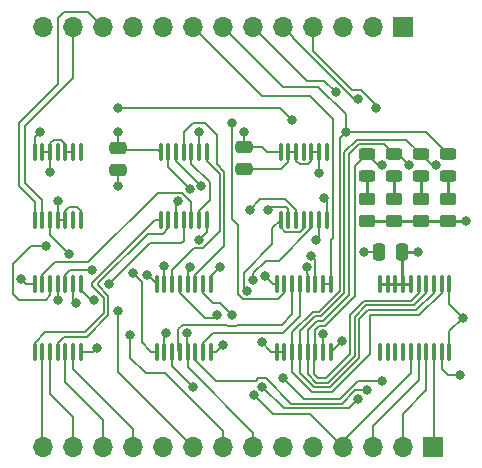
<source format=gbr>
%TF.GenerationSoftware,KiCad,Pcbnew,(6.0.0-0)*%
%TF.CreationDate,2022-01-18T20:41:06-05:00*%
%TF.ProjectId,Flags Register,466c6167-7320-4526-9567-69737465722e,rev?*%
%TF.SameCoordinates,Original*%
%TF.FileFunction,Copper,L1,Top*%
%TF.FilePolarity,Positive*%
%FSLAX46Y46*%
G04 Gerber Fmt 4.6, Leading zero omitted, Abs format (unit mm)*
G04 Created by KiCad (PCBNEW (6.0.0-0)) date 2022-01-18 20:41:06*
%MOMM*%
%LPD*%
G01*
G04 APERTURE LIST*
G04 Aperture macros list*
%AMRoundRect*
0 Rectangle with rounded corners*
0 $1 Rounding radius*
0 $2 $3 $4 $5 $6 $7 $8 $9 X,Y pos of 4 corners*
0 Add a 4 corners polygon primitive as box body*
4,1,4,$2,$3,$4,$5,$6,$7,$8,$9,$2,$3,0*
0 Add four circle primitives for the rounded corners*
1,1,$1+$1,$2,$3*
1,1,$1+$1,$4,$5*
1,1,$1+$1,$6,$7*
1,1,$1+$1,$8,$9*
0 Add four rect primitives between the rounded corners*
20,1,$1+$1,$2,$3,$4,$5,0*
20,1,$1+$1,$4,$5,$6,$7,0*
20,1,$1+$1,$6,$7,$8,$9,0*
20,1,$1+$1,$8,$9,$2,$3,0*%
G04 Aperture macros list end*
%TA.AperFunction,SMDPad,CuDef*%
%ADD10RoundRect,0.250000X-0.475000X0.250000X-0.475000X-0.250000X0.475000X-0.250000X0.475000X0.250000X0*%
%TD*%
%TA.AperFunction,SMDPad,CuDef*%
%ADD11RoundRect,0.250000X-0.250000X-0.475000X0.250000X-0.475000X0.250000X0.475000X-0.250000X0.475000X0*%
%TD*%
%TA.AperFunction,SMDPad,CuDef*%
%ADD12RoundRect,0.243750X0.456250X-0.243750X0.456250X0.243750X-0.456250X0.243750X-0.456250X-0.243750X0*%
%TD*%
%TA.AperFunction,SMDPad,CuDef*%
%ADD13RoundRect,0.250000X-0.450000X0.262500X-0.450000X-0.262500X0.450000X-0.262500X0.450000X0.262500X0*%
%TD*%
%TA.AperFunction,SMDPad,CuDef*%
%ADD14RoundRect,0.100000X0.100000X-0.637500X0.100000X0.637500X-0.100000X0.637500X-0.100000X-0.637500X0*%
%TD*%
%TA.AperFunction,SMDPad,CuDef*%
%ADD15RoundRect,0.100000X-0.100000X0.637500X-0.100000X-0.637500X0.100000X-0.637500X0.100000X0.637500X0*%
%TD*%
%TA.AperFunction,ComponentPad*%
%ADD16R,1.700000X1.700000*%
%TD*%
%TA.AperFunction,ComponentPad*%
%ADD17O,1.700000X1.700000*%
%TD*%
%TA.AperFunction,ViaPad*%
%ADD18C,0.800000*%
%TD*%
%TA.AperFunction,Conductor*%
%ADD19C,0.200000*%
%TD*%
%TA.AperFunction,Conductor*%
%ADD20C,0.250000*%
%TD*%
G04 APERTURE END LIST*
D10*
%TO.P,C1,1*%
%TO.N,VCC*%
X59436000Y-94554000D03*
%TO.P,C1,2*%
%TO.N,GND*%
X59436000Y-96454000D03*
%TD*%
D11*
%TO.P,C2,1*%
%TO.N,VCC*%
X81600000Y-103378000D03*
%TO.P,C2,2*%
%TO.N,GND*%
X83500000Y-103378000D03*
%TD*%
D10*
%TO.P,C3,1*%
%TO.N,VCC*%
X70104000Y-94488000D03*
%TO.P,C3,2*%
%TO.N,GND*%
X70104000Y-96388000D03*
%TD*%
D12*
%TO.P,D1,1,K*%
%TO.N,Net-(D1-Pad1)*%
X87376000Y-96949500D03*
%TO.P,D1,2,A*%
%TO.N,CF*%
X87376000Y-95074500D03*
%TD*%
%TO.P,D2,1,K*%
%TO.N,Net-(D2-Pad1)*%
X85090000Y-96949500D03*
%TO.P,D2,2,A*%
%TO.N,SF*%
X85090000Y-95074500D03*
%TD*%
%TO.P,D3,1,K*%
%TO.N,Net-(D3-Pad1)*%
X82804000Y-96949500D03*
%TO.P,D3,2,A*%
%TO.N,OF*%
X82804000Y-95074500D03*
%TD*%
%TO.P,D4,1,K*%
%TO.N,Net-(D4-Pad1)*%
X80518000Y-96949500D03*
%TO.P,D4,2,A*%
%TO.N,ZF*%
X80518000Y-95074500D03*
%TD*%
D13*
%TO.P,R1,1*%
%TO.N,Net-(D1-Pad1)*%
X87376000Y-98909500D03*
%TO.P,R1,2*%
%TO.N,GND*%
X87376000Y-100734500D03*
%TD*%
%TO.P,R2,1*%
%TO.N,Net-(D2-Pad1)*%
X85090000Y-98909500D03*
%TO.P,R2,2*%
%TO.N,GND*%
X85090000Y-100734500D03*
%TD*%
%TO.P,R3,1*%
%TO.N,Net-(D3-Pad1)*%
X82804000Y-98909500D03*
%TO.P,R3,2*%
%TO.N,GND*%
X82804000Y-100734500D03*
%TD*%
%TO.P,R4,1*%
%TO.N,Net-(D4-Pad1)*%
X80518000Y-98909500D03*
%TO.P,R4,2*%
%TO.N,GND*%
X80518000Y-100734500D03*
%TD*%
D14*
%TO.P,U1,1,Oe1*%
%TO.N,GND*%
X72909000Y-111828500D03*
%TO.P,U1,2,Oe2*%
X73559000Y-111828500D03*
%TO.P,U1,3,Q0*%
%TO.N,CF*%
X74209000Y-111828500D03*
%TO.P,U1,4,Q1*%
%TO.N,SF*%
X74859000Y-111828500D03*
%TO.P,U1,5,Q2*%
%TO.N,OF*%
X75509000Y-111828500D03*
%TO.P,U1,6,Q3*%
%TO.N,ZF*%
X76159000Y-111828500D03*
%TO.P,U1,7,Cp*%
%TO.N,CLOCK*%
X76809000Y-111828500D03*
%TO.P,U1,8,GND*%
%TO.N,GND*%
X77459000Y-111828500D03*
%TO.P,U1,9,E1*%
%TO.N,~{LATCH_FLAGS}*%
X77459000Y-106103500D03*
%TO.P,U1,10,E2*%
X76809000Y-106103500D03*
%TO.P,U1,11,D3*%
%TO.N,MUX_ZERO*%
X76159000Y-106103500D03*
%TO.P,U1,12,D2*%
%TO.N,MUX_OVERFLOW*%
X75509000Y-106103500D03*
%TO.P,U1,13,D1*%
%TO.N,MUX_SIGN*%
X74859000Y-106103500D03*
%TO.P,U1,14,D0*%
%TO.N,MUX_CARRY*%
X74209000Y-106103500D03*
%TO.P,U1,15,Mr*%
%TO.N,RESET*%
X73559000Y-106103500D03*
%TO.P,U1,16,VCC*%
%TO.N,VCC*%
X72909000Y-106103500D03*
%TD*%
D15*
%TO.P,U2,1,A->B*%
%TO.N,VCC*%
X87507000Y-106103500D03*
%TO.P,U2,2,A0*%
%TO.N,CF*%
X86857000Y-106103500D03*
%TO.P,U2,3,A1*%
%TO.N,SF*%
X86207000Y-106103500D03*
%TO.P,U2,4,A2*%
%TO.N,OF*%
X85557000Y-106103500D03*
%TO.P,U2,5,A3*%
%TO.N,ZF*%
X84907000Y-106103500D03*
%TO.P,U2,6,A4*%
%TO.N,GND*%
X84257000Y-106103500D03*
%TO.P,U2,7,A5*%
X83607000Y-106103500D03*
%TO.P,U2,8,A6*%
X82957000Y-106103500D03*
%TO.P,U2,9,A7*%
X82307000Y-106103500D03*
%TO.P,U2,10,GND*%
X81657000Y-106103500D03*
%TO.P,U2,11,B7*%
%TO.N,unconnected-(U2-Pad11)*%
X81657000Y-111828500D03*
%TO.P,U2,12,B6*%
%TO.N,unconnected-(U2-Pad12)*%
X82307000Y-111828500D03*
%TO.P,U2,13,B5*%
%TO.N,unconnected-(U2-Pad13)*%
X82957000Y-111828500D03*
%TO.P,U2,14,B4*%
%TO.N,unconnected-(U2-Pad14)*%
X83607000Y-111828500D03*
%TO.P,U2,15,B3*%
%TO.N,BUS3*%
X84257000Y-111828500D03*
%TO.P,U2,16,B2*%
%TO.N,BUS2*%
X84907000Y-111828500D03*
%TO.P,U2,17,B1*%
%TO.N,BUS1*%
X85557000Y-111828500D03*
%TO.P,U2,18,B0*%
%TO.N,BUS0*%
X86207000Y-111828500D03*
%TO.P,U2,19,CE*%
%TO.N,~{FLAG_OUT}*%
X86857000Y-111828500D03*
%TO.P,U2,20,VCC*%
%TO.N,VCC*%
X87507000Y-111828500D03*
%TD*%
D14*
%TO.P,U35,1*%
%TO.N,ARITHMETIC_CARRY_OUT*%
X52406000Y-100652500D03*
%TO.P,U35,2*%
%TO.N,LOGICAL_CARRY_OUT*%
X53056000Y-100652500D03*
%TO.P,U35,3*%
%TO.N,Net-(U35-Pad3)*%
X53706000Y-100652500D03*
%TO.P,U35,4*%
%TO.N,GND*%
X54356000Y-100652500D03*
%TO.P,U35,5*%
X55006000Y-100652500D03*
%TO.P,U35,6*%
%TO.N,unconnected-(U35-Pad6)*%
X55656000Y-100652500D03*
%TO.P,U35,7,GND*%
%TO.N,GND*%
X56306000Y-100652500D03*
%TO.P,U35,8*%
%TO.N,unconnected-(U35-Pad8)*%
X56306000Y-94927500D03*
%TO.P,U35,9*%
%TO.N,GND*%
X55656000Y-94927500D03*
%TO.P,U35,10*%
X55006000Y-94927500D03*
%TO.P,U35,11*%
%TO.N,unconnected-(U35-Pad11)*%
X54356000Y-94927500D03*
%TO.P,U35,12*%
%TO.N,GND*%
X53706000Y-94927500D03*
%TO.P,U35,13*%
X53056000Y-94927500D03*
%TO.P,U35,14,VCC*%
%TO.N,VCC*%
X52406000Y-94927500D03*
%TD*%
%TO.P,U36,1*%
%TO.N,Net-(U36-Pad1)*%
X52406000Y-111828500D03*
%TO.P,U36,2*%
%TO.N,RES0*%
X53056000Y-111828500D03*
%TO.P,U36,3*%
%TO.N,RES1*%
X53706000Y-111828500D03*
%TO.P,U36,4*%
%TO.N,Net-(U36-Pad4)*%
X54356000Y-111828500D03*
%TO.P,U36,5*%
%TO.N,RES2*%
X55006000Y-111828500D03*
%TO.P,U36,6*%
%TO.N,RES3*%
X55656000Y-111828500D03*
%TO.P,U36,7,GND*%
%TO.N,GND*%
X56306000Y-111828500D03*
%TO.P,U36,8*%
%TO.N,RES4*%
X56306000Y-106103500D03*
%TO.P,U36,9*%
%TO.N,RES5*%
X55656000Y-106103500D03*
%TO.P,U36,10*%
%TO.N,Net-(U36-Pad10)*%
X55006000Y-106103500D03*
%TO.P,U36,11*%
%TO.N,RES6*%
X54356000Y-106103500D03*
%TO.P,U36,12*%
%TO.N,RES7*%
X53706000Y-106103500D03*
%TO.P,U36,13*%
%TO.N,Net-(U36-Pad13)*%
X53056000Y-106103500D03*
%TO.P,U36,14,VCC*%
%TO.N,VCC*%
X52406000Y-106103500D03*
%TD*%
%TO.P,U37,1*%
%TO.N,Net-(U36-Pad1)*%
X63074000Y-100652500D03*
%TO.P,U37,2*%
%TO.N,Net-(U36-Pad4)*%
X63724000Y-100652500D03*
%TO.P,U37,3*%
%TO.N,Net-(U37-Pad3)*%
X64374000Y-100652500D03*
%TO.P,U37,4*%
%TO.N,Net-(U36-Pad10)*%
X65024000Y-100652500D03*
%TO.P,U37,5*%
%TO.N,Net-(U36-Pad13)*%
X65674000Y-100652500D03*
%TO.P,U37,6*%
%TO.N,Net-(U37-Pad10)*%
X66324000Y-100652500D03*
%TO.P,U37,7,GND*%
%TO.N,GND*%
X66974000Y-100652500D03*
%TO.P,U37,8*%
%TO.N,ZERO*%
X66974000Y-94927500D03*
%TO.P,U37,9*%
%TO.N,Net-(U37-Pad3)*%
X66324000Y-94927500D03*
%TO.P,U37,10*%
%TO.N,Net-(U37-Pad10)*%
X65674000Y-94927500D03*
%TO.P,U37,11*%
%TO.N,OVERFLOW*%
X65024000Y-94927500D03*
%TO.P,U37,12*%
%TO.N,Net-(U37-Pad12)*%
X64374000Y-94927500D03*
%TO.P,U37,13*%
%TO.N,Net-(U37-Pad13)*%
X63724000Y-94927500D03*
%TO.P,U37,14,VCC*%
%TO.N,VCC*%
X63074000Y-94927500D03*
%TD*%
%TO.P,U38,1,S*%
%TO.N,RESTORE_FLAGS*%
X62749000Y-111828500D03*
%TO.P,U38,2,I0a*%
%TO.N,Net-(U35-Pad3)*%
X63399000Y-111828500D03*
%TO.P,U38,3,I1a*%
%TO.N,BUS0*%
X64049000Y-111828500D03*
%TO.P,U38,4,Za*%
%TO.N,MUX_CARRY*%
X64699000Y-111828500D03*
%TO.P,U38,5,I0b*%
%TO.N,RES7*%
X65349000Y-111828500D03*
%TO.P,U38,6,I1b*%
%TO.N,BUS1*%
X65999000Y-111828500D03*
%TO.P,U38,7,Zb*%
%TO.N,MUX_SIGN*%
X66649000Y-111828500D03*
%TO.P,U38,8,GND*%
%TO.N,GND*%
X67299000Y-111828500D03*
%TO.P,U38,9,Zc*%
%TO.N,MUX_OVERFLOW*%
X67299000Y-106103500D03*
%TO.P,U38,10,I1c*%
%TO.N,BUS2*%
X66649000Y-106103500D03*
%TO.P,U38,11,I0c*%
%TO.N,OVERFLOW*%
X65999000Y-106103500D03*
%TO.P,U38,12,Zd*%
%TO.N,MUX_ZERO*%
X65349000Y-106103500D03*
%TO.P,U38,13,I1d*%
%TO.N,BUS3*%
X64699000Y-106103500D03*
%TO.P,U38,14,I0d*%
%TO.N,ZERO*%
X64049000Y-106103500D03*
%TO.P,U38,15,E*%
%TO.N,GND*%
X63399000Y-106103500D03*
%TO.P,U38,16,VCC*%
%TO.N,VCC*%
X62749000Y-106103500D03*
%TD*%
%TO.P,U39,1*%
%TO.N,RES7*%
X73234000Y-100652500D03*
%TO.P,U39,2*%
%TO.N,B7*%
X73884000Y-100652500D03*
%TO.P,U39,3*%
%TO.N,Net-(U37-Pad12)*%
X74534000Y-100652500D03*
%TO.P,U39,4*%
%TO.N,RES7*%
X75184000Y-100652500D03*
%TO.P,U39,5*%
%TO.N,A7*%
X75834000Y-100652500D03*
%TO.P,U39,6*%
%TO.N,Net-(U37-Pad13)*%
X76484000Y-100652500D03*
%TO.P,U39,7,GND*%
%TO.N,GND*%
X77134000Y-100652500D03*
%TO.P,U39,8*%
%TO.N,unconnected-(U39-Pad8)*%
X77134000Y-94927500D03*
%TO.P,U39,9*%
%TO.N,GND*%
X76484000Y-94927500D03*
%TO.P,U39,10*%
X75834000Y-94927500D03*
%TO.P,U39,11*%
%TO.N,unconnected-(U39-Pad11)*%
X75184000Y-94927500D03*
%TO.P,U39,12*%
%TO.N,GND*%
X74534000Y-94927500D03*
%TO.P,U39,13*%
X73884000Y-94927500D03*
%TO.P,U39,14,VCC*%
%TO.N,VCC*%
X73234000Y-94927500D03*
%TD*%
D16*
%TO.P,J2,1,Pin_1*%
%TO.N,BUS0*%
X86106000Y-119888000D03*
D17*
%TO.P,J2,2,Pin_2*%
%TO.N,BUS1*%
X83566000Y-119888000D03*
%TO.P,J2,3,Pin_3*%
%TO.N,BUS2*%
X81026000Y-119888000D03*
%TO.P,J2,4,Pin_4*%
%TO.N,BUS3*%
X78486000Y-119888000D03*
%TO.P,J2,5,Pin_5*%
%TO.N,B7*%
X75946000Y-119888000D03*
%TO.P,J2,6,Pin_6*%
%TO.N,A7*%
X73406000Y-119888000D03*
%TO.P,J2,7,Pin_7*%
%TO.N,RES7*%
X70866000Y-119888000D03*
%TO.P,J2,8,Pin_8*%
%TO.N,RES6*%
X68326000Y-119888000D03*
%TO.P,J2,9,Pin_9*%
%TO.N,RES5*%
X65786000Y-119888000D03*
%TO.P,J2,10,Pin_10*%
%TO.N,RES4*%
X63246000Y-119888000D03*
%TO.P,J2,11,Pin_11*%
%TO.N,RES3*%
X60706000Y-119888000D03*
%TO.P,J2,12,Pin_12*%
%TO.N,RES2*%
X58166000Y-119888000D03*
%TO.P,J2,13,Pin_13*%
%TO.N,RES1*%
X55626000Y-119888000D03*
%TO.P,J2,14,Pin_14*%
%TO.N,RES0*%
X53086000Y-119888000D03*
%TD*%
D16*
%TO.P,J1,1,Pin_1*%
%TO.N,GND*%
X83566000Y-84328000D03*
D17*
%TO.P,J1,2,Pin_2*%
%TO.N,VCC*%
X81026000Y-84328000D03*
%TO.P,J1,3,Pin_3*%
%TO.N,RESET*%
X78486000Y-84328000D03*
%TO.P,J1,4,Pin_4*%
%TO.N,ZF*%
X75946000Y-84328000D03*
%TO.P,J1,5,Pin_5*%
%TO.N,OF*%
X73406000Y-84328000D03*
%TO.P,J1,6,Pin_6*%
%TO.N,SF*%
X70866000Y-84328000D03*
%TO.P,J1,7,Pin_7*%
%TO.N,CF*%
X68326000Y-84328000D03*
%TO.P,J1,8,Pin_8*%
%TO.N,~{LATCH_FLAGS}*%
X65786000Y-84328000D03*
%TO.P,J1,9,Pin_9*%
%TO.N,CLOCK*%
X63246000Y-84328000D03*
%TO.P,J1,10,Pin_10*%
%TO.N,RESTORE_FLAGS*%
X60706000Y-84328000D03*
%TO.P,J1,11,Pin_11*%
%TO.N,ARITHMETIC_CARRY_OUT*%
X58166000Y-84328000D03*
%TO.P,J1,12,Pin_12*%
%TO.N,LOGICAL_CARRY_OUT*%
X55626000Y-84328000D03*
%TO.P,J1,13,Pin_13*%
%TO.N,~{FLAG_OUT}*%
X53086000Y-84328000D03*
%TD*%
D18*
%TO.N,GND*%
X53706000Y-96662000D03*
X59436000Y-97790000D03*
X54356000Y-99060000D03*
X88961990Y-100734500D03*
X68326000Y-111252000D03*
X84836000Y-103378000D03*
X76934000Y-98813488D03*
X71628000Y-110998000D03*
X66294000Y-102362000D03*
X57658000Y-111506000D03*
X76484000Y-96744000D03*
X63399000Y-104547000D03*
X78387750Y-110899750D03*
%TO.N,VCC*%
X51246010Y-105664000D03*
X80264000Y-103378000D03*
X52832000Y-93218000D03*
X71882000Y-105410000D03*
X70104000Y-93218000D03*
X61923392Y-105383427D03*
X88646000Y-108966000D03*
X59436000Y-93218000D03*
%TO.N,RESTORE_FLAGS*%
X60706000Y-105156000D03*
%TO.N,CLOCK*%
X76809000Y-110337000D03*
%TO.N,CF*%
X78740000Y-93218000D03*
%TO.N,SF*%
X86360000Y-96012000D03*
X77878490Y-89848155D03*
%TO.N,OF*%
X84074000Y-96012000D03*
X79756000Y-90424000D03*
%TO.N,ZF*%
X81280000Y-91186000D03*
X81788000Y-96012000D03*
%TO.N,RESET*%
X69088000Y-92456000D03*
%TO.N,RES4*%
X57404000Y-107442000D03*
%TO.N,RES5*%
X59461834Y-108432166D03*
X55880000Y-107696000D03*
%TO.N,RES6*%
X54356000Y-107442000D03*
X60514231Y-110422695D03*
%TO.N,RES7*%
X53340000Y-102870000D03*
X70358000Y-106680000D03*
X65278000Y-110236000D03*
%TO.N,A7*%
X70933305Y-105726231D03*
%TO.N,B7*%
X72136000Y-99822000D03*
%TO.N,BUS3*%
X67818000Y-108712000D03*
X70964995Y-115497041D03*
%TO.N,BUS2*%
X69088000Y-108712000D03*
X71672110Y-114789926D03*
X79771832Y-115839832D03*
%TO.N,BUS1*%
X80518000Y-115062000D03*
%TO.N,BUS0*%
X65786000Y-114808000D03*
X81788000Y-114300000D03*
X73406000Y-114046000D03*
%TO.N,MUX_OVERFLOW*%
X68072000Y-104648000D03*
X75438000Y-104648000D03*
%TO.N,MUX_ZERO*%
X65532000Y-104648000D03*
X75779616Y-103708147D03*
%TO.N,~{FLAG_OUT}*%
X59436000Y-91186000D03*
X74168000Y-92202000D03*
X88392000Y-113792000D03*
%TO.N,Net-(U35-Pad3)*%
X55320105Y-103570010D03*
X63500000Y-110236000D03*
%TO.N,Net-(U36-Pad10)*%
X57277760Y-104948703D03*
X58685899Y-106132230D03*
%TO.N,Net-(U37-Pad13)*%
X76200000Y-102362000D03*
X65532000Y-98044000D03*
%TO.N,Net-(U37-Pad12)*%
X66523500Y-97814500D03*
X70612000Y-99822000D03*
%TO.N,Net-(U37-Pad3)*%
X64516000Y-99060000D03*
X66294000Y-93218000D03*
%TD*%
D19*
%TO.N,GND*%
X67749500Y-111828500D02*
X68326000Y-111252000D01*
X54356000Y-100652500D02*
X55006000Y-100652500D01*
X73884000Y-94927500D02*
X73884000Y-95788000D01*
X74534000Y-94927500D02*
X74534000Y-95665000D01*
X53056000Y-94927500D02*
X53706000Y-94927500D01*
X66974000Y-100652500D02*
X66974000Y-101682000D01*
D20*
X83500000Y-105996500D02*
X83607000Y-106103500D01*
X87376000Y-100734500D02*
X88961990Y-100734500D01*
D19*
X56005990Y-99614990D02*
X56306000Y-99915000D01*
X76484000Y-94927500D02*
X75834000Y-94927500D01*
X77134000Y-100652500D02*
X77134000Y-99013488D01*
X56306000Y-111828500D02*
X57335500Y-111828500D01*
X72458500Y-111828500D02*
X71628000Y-110998000D01*
X67299000Y-111828500D02*
X67749500Y-111828500D01*
X75834000Y-95665000D02*
X75834000Y-94927500D01*
D20*
X84257000Y-106103500D02*
X81657000Y-106103500D01*
D19*
X77134000Y-99013488D02*
X76934000Y-98813488D01*
X59436000Y-96454000D02*
X59436000Y-97790000D01*
X66974000Y-101682000D02*
X66294000Y-102362000D01*
X55306010Y-99614990D02*
X56005990Y-99614990D01*
X54621692Y-93889990D02*
X55006000Y-94274298D01*
X55006000Y-100652500D02*
X55006000Y-99915000D01*
D20*
X80518000Y-100734500D02*
X87376000Y-100734500D01*
D19*
X74534000Y-95665000D02*
X74834010Y-95965010D01*
X73559000Y-111828500D02*
X72909000Y-111828500D01*
X74834010Y-95965010D02*
X75533990Y-95965010D01*
D20*
X83500000Y-103378000D02*
X83500000Y-105996500D01*
D19*
X72909000Y-111828500D02*
X72458500Y-111828500D01*
X76484000Y-94927500D02*
X76484000Y-96744000D01*
X75533990Y-95965010D02*
X75834000Y-95665000D01*
X55656000Y-94927500D02*
X55006000Y-94927500D01*
X55006000Y-99915000D02*
X55306010Y-99614990D01*
D20*
X83500000Y-103378000D02*
X84582000Y-103378000D01*
D19*
X53706000Y-94190000D02*
X54006010Y-93889990D01*
X63399000Y-106103500D02*
X63399000Y-104547000D01*
X53706000Y-94927500D02*
X53706000Y-96662000D01*
X57335500Y-111828500D02*
X57658000Y-111506000D01*
X53706000Y-94927500D02*
X53706000Y-94190000D01*
X73884000Y-94927500D02*
X74534000Y-94927500D01*
X54356000Y-100652500D02*
X54356000Y-99060000D01*
X55006000Y-94274298D02*
X55006000Y-94927500D01*
X54006010Y-93889990D02*
X54621692Y-93889990D01*
D20*
X84582000Y-103378000D02*
X84836000Y-103378000D01*
D19*
X77459000Y-111828500D02*
X78387750Y-110899750D01*
X73284000Y-96388000D02*
X70104000Y-96388000D01*
X56306000Y-99915000D02*
X56306000Y-100652500D01*
X73884000Y-95788000D02*
X73284000Y-96388000D01*
%TO.N,VCC*%
X59624000Y-94742000D02*
X59436000Y-94554000D01*
X52406000Y-106103500D02*
X51685510Y-106103500D01*
X62888500Y-94742000D02*
X59624000Y-94742000D01*
X70104000Y-94488000D02*
X70104000Y-93218000D01*
X73234000Y-94927500D02*
X72067500Y-94927500D01*
X72909000Y-106103500D02*
X72575500Y-106103500D01*
X52406000Y-94927500D02*
X52406000Y-93644000D01*
X87507000Y-110105000D02*
X88646000Y-108966000D01*
X87507000Y-106103500D02*
X87507000Y-107827000D01*
X81600000Y-103378000D02*
X80264000Y-103378000D01*
X62749000Y-106103500D02*
X62028927Y-105383427D01*
X72575500Y-106103500D02*
X71882000Y-105410000D01*
X72067500Y-94927500D02*
X71628000Y-94488000D01*
X63074000Y-94927500D02*
X62888500Y-94742000D01*
X52406000Y-93644000D02*
X52832000Y-93218000D01*
X62028927Y-105383427D02*
X61923392Y-105383427D01*
X51685510Y-106103500D02*
X51246010Y-105664000D01*
X59436000Y-94554000D02*
X59436000Y-93218000D01*
X87507000Y-107827000D02*
X88646000Y-108966000D01*
X87507000Y-111828500D02*
X87507000Y-110105000D01*
X71628000Y-94488000D02*
X70104000Y-94488000D01*
%TO.N,LOGICAL_CARRY_OUT*%
X55626000Y-84328000D02*
X55626000Y-88646000D01*
X55626000Y-88646000D02*
X51562000Y-92710000D01*
X53056000Y-99030000D02*
X53056000Y-100652500D01*
X51562000Y-97536000D02*
X53056000Y-99030000D01*
X51562000Y-92710000D02*
X51562000Y-97536000D01*
%TO.N,ARITHMETIC_CARRY_OUT*%
X52406000Y-99142000D02*
X52406000Y-100652500D01*
X54356000Y-83566000D02*
X54356000Y-89154000D01*
X51054000Y-97790000D02*
X52406000Y-99142000D01*
X51054000Y-92456000D02*
X51054000Y-97790000D01*
X56896000Y-83058000D02*
X54864000Y-83058000D01*
X54864000Y-83058000D02*
X54356000Y-83566000D01*
X54356000Y-89154000D02*
X51054000Y-92456000D01*
X58166000Y-84328000D02*
X56896000Y-83058000D01*
%TO.N,RESTORE_FLAGS*%
X61468000Y-105918000D02*
X60706000Y-105156000D01*
X62298500Y-111828500D02*
X61468000Y-110998000D01*
X61468000Y-110998000D02*
X61468000Y-105918000D01*
X62749000Y-111828500D02*
X62298500Y-111828500D01*
%TO.N,CLOCK*%
X76809000Y-111828500D02*
X76809000Y-110337000D01*
%TO.N,~{LATCH_FLAGS}*%
X71628000Y-90170000D02*
X65786000Y-84328000D01*
X75692000Y-90170000D02*
X71628000Y-90170000D01*
X77634010Y-92112010D02*
X75692000Y-90170000D01*
X77459000Y-106103500D02*
X76809000Y-106103500D01*
X77459000Y-102373000D02*
X77634010Y-102197990D01*
X77459000Y-106103500D02*
X77459000Y-102373000D01*
X77634010Y-102197990D02*
X77634010Y-92112010D01*
%TO.N,CF*%
X74209000Y-111828500D02*
X74209000Y-113544353D01*
X75975932Y-108436966D02*
X76498234Y-108436966D01*
X75917511Y-115252864D02*
X77583649Y-115252864D01*
X76408059Y-89408000D02*
X78740000Y-91739941D01*
X87376000Y-95074500D02*
X85519500Y-93218000D01*
X78232000Y-93726000D02*
X78740000Y-93218000D01*
X77583649Y-115252864D02*
X80772000Y-112064513D01*
X84986000Y-108712000D02*
X86857000Y-106841000D01*
X74209000Y-111828500D02*
X74209000Y-110203898D01*
X85519500Y-93218000D02*
X78740000Y-93218000D01*
X74209000Y-113544353D02*
X75917511Y-115252864D01*
X73406000Y-89408000D02*
X76408059Y-89408000D01*
X78740000Y-91739941D02*
X78740000Y-93218000D01*
X68326000Y-84328000D02*
X73406000Y-89408000D01*
X80772000Y-108712000D02*
X84986000Y-108712000D01*
X76498234Y-108436966D02*
X78232000Y-106703200D01*
X78232000Y-106703200D02*
X78232000Y-93726000D01*
X74209000Y-110203898D02*
X75975932Y-108436966D01*
X86857000Y-106841000D02*
X86857000Y-106103500D01*
X80772000Y-112064513D02*
X80772000Y-108712000D01*
%TO.N,SF*%
X76141621Y-108836977D02*
X74859000Y-110119598D01*
X79887774Y-112383039D02*
X77417960Y-114852853D01*
X75438000Y-88900000D02*
X76930335Y-88900000D01*
X70866000Y-84328000D02*
X75438000Y-88900000D01*
X80606311Y-108311989D02*
X79887774Y-109030526D01*
X76083200Y-114852853D02*
X74859000Y-113628653D01*
X74859000Y-110119598D02*
X74859000Y-111828500D01*
X76663923Y-108836977D02*
X76141621Y-108836977D01*
X85090000Y-95074500D02*
X83887511Y-93872011D01*
X84736011Y-108311989D02*
X80606311Y-108311989D01*
X86360000Y-96012000D02*
X86027500Y-96012000D01*
X83887511Y-93872011D02*
X79685795Y-93872011D01*
X86207000Y-106103500D02*
X86207000Y-106841000D01*
X79887774Y-109030526D02*
X79887774Y-112383039D01*
X78632011Y-106868889D02*
X76663923Y-108836977D01*
X86027500Y-96012000D02*
X85090000Y-95074500D01*
X77417960Y-114852853D02*
X76083200Y-114852853D01*
X86207000Y-106841000D02*
X84736011Y-108311989D01*
X76930335Y-88900000D02*
X77878490Y-89848155D01*
X78632011Y-94925795D02*
X78632011Y-106868889D01*
X74859000Y-113628653D02*
X74859000Y-111828500D01*
X79685795Y-93872011D02*
X78632011Y-94925795D01*
%TO.N,OF*%
X79032022Y-95091484D02*
X79836516Y-94286990D01*
X76248889Y-114452842D02*
X77252271Y-114452842D01*
X79487763Y-108864837D02*
X80440622Y-107911978D01*
X79836516Y-94286990D02*
X82016490Y-94286990D01*
X84486022Y-107911978D02*
X85557000Y-106841000D01*
X79444300Y-90424000D02*
X79756000Y-90424000D01*
X75509000Y-110035298D02*
X76307310Y-109236988D01*
X75509000Y-111828500D02*
X75509000Y-110035298D01*
X82016490Y-94286990D02*
X82804000Y-95074500D01*
X73406000Y-84328000D02*
X74255999Y-85177999D01*
X79487763Y-112217350D02*
X79487763Y-108864837D01*
X75509000Y-111828500D02*
X75509000Y-113712953D01*
X85557000Y-106841000D02*
X85557000Y-106103500D01*
X82804000Y-95074500D02*
X83136500Y-95074500D01*
X77252271Y-114452842D02*
X79487763Y-112217350D01*
X83136500Y-95074500D02*
X84074000Y-96012000D01*
X74255999Y-85235699D02*
X79444300Y-90424000D01*
X76829612Y-109236988D02*
X79032022Y-107034578D01*
X80440622Y-107911978D02*
X84486022Y-107911978D01*
X75509000Y-113712953D02*
X76248889Y-114452842D01*
X76307310Y-109236988D02*
X76829612Y-109236988D01*
X74255999Y-85177999D02*
X74255999Y-85235699D01*
X79032022Y-107034578D02*
X79032022Y-95091484D01*
%TO.N,ZF*%
X80274933Y-107511967D02*
X84236033Y-107511967D01*
X79248000Y-89662000D02*
X80010000Y-89662000D01*
X81788000Y-96012000D02*
X81455500Y-96012000D01*
X84236033Y-107511967D02*
X84907000Y-106841000D01*
X79502000Y-96090500D02*
X79502000Y-107130300D01*
X75946000Y-86360000D02*
X79248000Y-89662000D01*
X77086582Y-114052831D02*
X79087752Y-112051661D01*
X80518000Y-95074500D02*
X79502000Y-96090500D01*
X76050578Y-113688831D02*
X76414578Y-114052831D01*
X79087752Y-112051661D02*
X79087752Y-108699148D01*
X79502000Y-107130300D02*
X76995301Y-109636999D01*
X75946000Y-84328000D02*
X75946000Y-86360000D01*
X76050578Y-111936922D02*
X76050578Y-113688831D01*
X76108999Y-111778499D02*
X76159000Y-111828500D01*
X81455500Y-96012000D02*
X80518000Y-95074500D01*
X76995301Y-109636999D02*
X76472999Y-109636999D01*
X81280000Y-90932000D02*
X81280000Y-91186000D01*
X76159000Y-111828500D02*
X76050578Y-111936922D01*
X79087752Y-108699148D02*
X80274933Y-107511967D01*
X84907000Y-106841000D02*
X84907000Y-106103500D01*
X76472999Y-109636999D02*
X76108999Y-110000999D01*
X76108999Y-110000999D02*
X76108999Y-111778499D01*
X76414578Y-114052831D02*
X77086582Y-114052831D01*
X80010000Y-89662000D02*
X81280000Y-90932000D01*
%TO.N,RESET*%
X69596000Y-101092000D02*
X69078990Y-100574990D01*
X69088000Y-93021685D02*
X69088000Y-92456000D01*
X73559000Y-106103500D02*
X73559000Y-106841000D01*
X69078990Y-93030695D02*
X69088000Y-93021685D01*
X70021998Y-107380002D02*
X69596000Y-106954004D01*
X73559000Y-106841000D02*
X73019998Y-107380002D01*
X69596000Y-106954004D02*
X69596000Y-101092000D01*
X69078990Y-100574990D02*
X69078990Y-93030695D01*
X73019998Y-107380002D02*
X70021998Y-107380002D01*
%TO.N,RES0*%
X53056000Y-111828500D02*
X53056000Y-119858000D01*
X53056000Y-119858000D02*
X53086000Y-119888000D01*
%TO.N,RES1*%
X53706000Y-111828500D02*
X53706000Y-115428000D01*
X53706000Y-115428000D02*
X55626000Y-117348000D01*
X55626000Y-117348000D02*
X55626000Y-119888000D01*
%TO.N,RES2*%
X58166000Y-117602000D02*
X58166000Y-119888000D01*
X55006000Y-111828500D02*
X55006000Y-114442000D01*
X55006000Y-114442000D02*
X58166000Y-117602000D01*
%TO.N,RES3*%
X60706000Y-118364000D02*
X60706000Y-119888000D01*
X55656000Y-113314000D02*
X60706000Y-118364000D01*
X55656000Y-111828500D02*
X55656000Y-113314000D01*
%TO.N,RES4*%
X56306000Y-106598000D02*
X57150000Y-107442000D01*
X56306000Y-106103500D02*
X56306000Y-106598000D01*
X57150000Y-107442000D02*
X57404000Y-107442000D01*
%TO.N,RES5*%
X55656000Y-107472000D02*
X55656000Y-106103500D01*
X59461834Y-113563834D02*
X59461834Y-108432166D01*
X65786000Y-119888000D02*
X59461834Y-113563834D01*
X55880000Y-107696000D02*
X55656000Y-107472000D01*
%TO.N,RES6*%
X54356000Y-107442000D02*
X54356000Y-106103500D01*
X61829989Y-113645989D02*
X60514231Y-112330231D01*
X60514231Y-112330231D02*
X60514231Y-110422695D01*
X68326000Y-118560300D02*
X63411689Y-113645989D01*
X63411689Y-113645989D02*
X61829989Y-113645989D01*
X68326000Y-119888000D02*
X68326000Y-118560300D01*
%TO.N,RES7*%
X65349000Y-111828500D02*
X65349000Y-113168919D01*
X52070000Y-102870000D02*
X53340000Y-102870000D01*
X74883990Y-101690010D02*
X73618308Y-101690010D01*
X65278000Y-111757500D02*
X65349000Y-111828500D01*
X53706000Y-107076000D02*
X53340000Y-107442000D01*
X51054000Y-107442000D02*
X50546000Y-106934000D01*
X72540500Y-102719500D02*
X70104000Y-105156000D01*
X73618308Y-101690010D02*
X73234000Y-101305702D01*
X75184000Y-101390000D02*
X74883990Y-101690010D01*
X70866000Y-118685919D02*
X70866000Y-119888000D01*
X53340000Y-107442000D02*
X51054000Y-107442000D01*
X65278000Y-110236000D02*
X65278000Y-111757500D01*
X73234000Y-101305702D02*
X73234000Y-100652500D01*
X70104000Y-106426000D02*
X70358000Y-106680000D01*
X50546000Y-104394000D02*
X52070000Y-102870000D01*
X65349000Y-113168919D02*
X70866000Y-118685919D01*
X73234000Y-100652500D02*
X72540500Y-101346000D01*
X53706000Y-106103500D02*
X53706000Y-107076000D01*
X50546000Y-106934000D02*
X50546000Y-104394000D01*
X72540500Y-101346000D02*
X72540500Y-102719500D01*
X70104000Y-105156000D02*
X70104000Y-106426000D01*
X75184000Y-100652500D02*
X75184000Y-101390000D01*
%TO.N,A7*%
X75834000Y-100652500D02*
X75834000Y-101390000D01*
X73084000Y-104140000D02*
X71953851Y-104140000D01*
X71953851Y-104140000D02*
X70933305Y-105160546D01*
X70933305Y-105160546D02*
X70933305Y-105726231D01*
X75834000Y-101390000D02*
X73084000Y-104140000D01*
%TO.N,B7*%
X72343010Y-99614990D02*
X72136000Y-99822000D01*
X73706990Y-99614990D02*
X72343010Y-99614990D01*
X73884000Y-99792000D02*
X73706990Y-99614990D01*
X73884000Y-100652500D02*
X73884000Y-99792000D01*
%TO.N,BUS3*%
X84257000Y-113609000D02*
X78486000Y-119380000D01*
X67564000Y-108966000D02*
X67818000Y-108712000D01*
X72561954Y-117094000D02*
X70964995Y-115497041D01*
X64699000Y-106841000D02*
X66824000Y-108966000D01*
X64699000Y-106103500D02*
X64699000Y-106841000D01*
X78486000Y-119888000D02*
X75692000Y-117094000D01*
X75692000Y-117094000D02*
X72561954Y-117094000D01*
X78486000Y-119380000D02*
X78486000Y-119888000D01*
X84257000Y-111828500D02*
X84257000Y-113609000D01*
X66824000Y-108966000D02*
X67564000Y-108966000D01*
%TO.N,BUS2*%
X66649000Y-106841000D02*
X67504000Y-107696000D01*
X81026000Y-118110000D02*
X81026000Y-119888000D01*
X68072000Y-107696000D02*
X69088000Y-108712000D01*
X84907000Y-111828500D02*
X84907000Y-114229000D01*
X66649000Y-106103500D02*
X66649000Y-106841000D01*
X73506204Y-116624020D02*
X78987644Y-116624020D01*
X71672110Y-114789926D02*
X73506204Y-116624020D01*
X78987644Y-116624020D02*
X79771832Y-115839832D01*
X67504000Y-107696000D02*
X68072000Y-107696000D01*
X84907000Y-114229000D02*
X81026000Y-118110000D01*
%TO.N,BUS1*%
X74142197Y-116224009D02*
X72008112Y-114089924D01*
X79559700Y-115062000D02*
X78397691Y-116224009D01*
X65999000Y-112566000D02*
X65999000Y-111828500D01*
X83566000Y-117094000D02*
X83566000Y-119888000D01*
X72008112Y-114089924D02*
X71336108Y-114089924D01*
X78397691Y-116224009D02*
X74142197Y-116224009D01*
X85557000Y-111828500D02*
X85557000Y-115103000D01*
X71126032Y-114300000D02*
X67733000Y-114300000D01*
X71336108Y-114089924D02*
X71126032Y-114300000D01*
X67733000Y-114300000D02*
X65999000Y-112566000D01*
X80518000Y-115062000D02*
X79559700Y-115062000D01*
X85557000Y-115103000D02*
X83566000Y-117094000D01*
%TO.N,BUS0*%
X75184000Y-115824000D02*
X78232000Y-115824000D01*
X86207000Y-111828500D02*
X86207000Y-119787000D01*
X73406000Y-114046000D02*
X75184000Y-115824000D01*
X79756000Y-114300000D02*
X81788000Y-114300000D01*
X64049000Y-111828500D02*
X64049000Y-113071000D01*
X78232000Y-115824000D02*
X79756000Y-114300000D01*
X64049000Y-113071000D02*
X65786000Y-114808000D01*
X86207000Y-119787000D02*
X86106000Y-119888000D01*
D20*
%TO.N,Net-(D1-Pad1)*%
X87376000Y-96949500D02*
X87376000Y-98909500D01*
%TO.N,Net-(D2-Pad1)*%
X85090000Y-96949500D02*
X85090000Y-98909500D01*
%TO.N,Net-(D3-Pad1)*%
X82804000Y-98909500D02*
X82804000Y-96949500D01*
%TO.N,Net-(D4-Pad1)*%
X80518000Y-96949500D02*
X80518000Y-98909500D01*
D19*
%TO.N,MUX_CARRY*%
X64577999Y-109899999D02*
X64577999Y-111707499D01*
X64941999Y-109535999D02*
X64577999Y-109899999D01*
X64577999Y-111707499D02*
X64699000Y-111828500D01*
X74209000Y-108671000D02*
X73344001Y-109535999D01*
X68751998Y-109666002D02*
X68621995Y-109535999D01*
X68621995Y-109535999D02*
X64941999Y-109535999D01*
X73344001Y-109535999D02*
X69554005Y-109535999D01*
X74209000Y-106103500D02*
X74209000Y-108671000D01*
X69424002Y-109666002D02*
X68751998Y-109666002D01*
X69554005Y-109535999D02*
X69424002Y-109666002D01*
%TO.N,MUX_SIGN*%
X67504000Y-110236000D02*
X66649000Y-111091000D01*
X66649000Y-111091000D02*
X66649000Y-111828500D01*
X74859000Y-108783000D02*
X73406000Y-110236000D01*
X74859000Y-106103500D02*
X74859000Y-108783000D01*
X73406000Y-110236000D02*
X67504000Y-110236000D01*
%TO.N,MUX_OVERFLOW*%
X67299000Y-105421000D02*
X68072000Y-104648000D01*
X75509000Y-106103500D02*
X75509000Y-105366000D01*
X75438000Y-105295000D02*
X75438000Y-104648000D01*
X67299000Y-106103500D02*
X67299000Y-105421000D01*
X75509000Y-105366000D02*
X75438000Y-105295000D01*
%TO.N,MUX_ZERO*%
X65532000Y-104648000D02*
X65349000Y-104831000D01*
X76159000Y-104087531D02*
X75779616Y-103708147D01*
X65349000Y-104831000D02*
X65349000Y-106103500D01*
X76159000Y-106103500D02*
X76159000Y-104087531D01*
%TO.N,~{FLAG_OUT}*%
X87376000Y-113792000D02*
X86857000Y-113273000D01*
X73152000Y-91186000D02*
X74168000Y-92202000D01*
X86857000Y-113273000D02*
X86857000Y-111828500D01*
X88392000Y-113792000D02*
X87376000Y-113792000D01*
X59436000Y-91186000D02*
X73152000Y-91186000D01*
%TO.N,Net-(U35-Pad3)*%
X63500000Y-110236000D02*
X63399000Y-110337000D01*
X63399000Y-110337000D02*
X63399000Y-111828500D01*
X53706000Y-101955905D02*
X55320105Y-103570010D01*
X53706000Y-100652500D02*
X53706000Y-101955905D01*
%TO.N,Net-(U36-Pad13)*%
X56904589Y-104270011D02*
X62814602Y-98359998D01*
X64852002Y-98359998D02*
X65674000Y-99181996D01*
X62814602Y-98359998D02*
X64852002Y-98359998D01*
X54151989Y-104270011D02*
X56904589Y-104270011D01*
X65674000Y-99181996D02*
X65674000Y-100652500D01*
X53056000Y-105366000D02*
X54151989Y-104270011D01*
X53056000Y-106103500D02*
X53056000Y-105366000D01*
%TO.N,Net-(U36-Pad10)*%
X62150003Y-102668126D02*
X58685899Y-106132230D01*
X55423297Y-104948703D02*
X57277760Y-104948703D01*
X55006000Y-105366000D02*
X55423297Y-104948703D01*
X65024000Y-102443518D02*
X64799392Y-102668126D01*
X55006000Y-106103500D02*
X55006000Y-105366000D01*
X64799392Y-102668126D02*
X62150003Y-102668126D01*
X65024000Y-100652500D02*
X65024000Y-102443518D01*
%TO.N,Net-(U36-Pad4)*%
X61974165Y-101854000D02*
X57779450Y-106048715D01*
X56811987Y-110574013D02*
X54872987Y-110574013D01*
X63260000Y-101854000D02*
X61974165Y-101854000D01*
X54356000Y-111091000D02*
X54356000Y-111828500D01*
X58648013Y-107084309D02*
X58648013Y-108737987D01*
X63724000Y-100652500D02*
X63724000Y-101390000D01*
X57779450Y-106048715D02*
X57779450Y-106215746D01*
X58648013Y-108737987D02*
X56811987Y-110574013D01*
X54872987Y-110574013D02*
X54356000Y-111091000D01*
X63724000Y-101390000D02*
X63260000Y-101854000D01*
X57779450Y-106215746D02*
X58648013Y-107084309D01*
%TO.N,Net-(U36-Pad1)*%
X58248002Y-108572298D02*
X56646298Y-110174002D01*
X62609965Y-100652500D02*
X57251680Y-106010785D01*
X58248002Y-107249998D02*
X58248002Y-108572298D01*
X56646298Y-110174002D02*
X53322998Y-110174002D01*
X63074000Y-100652500D02*
X62609965Y-100652500D01*
X57251680Y-106253676D02*
X58248002Y-107249998D01*
X52406000Y-111091000D02*
X52406000Y-111828500D01*
X53322998Y-110174002D02*
X52406000Y-111091000D01*
X57251680Y-106010785D02*
X57251680Y-106253676D01*
%TO.N,Net-(U37-Pad13)*%
X76484000Y-102078000D02*
X76484000Y-100652500D01*
X76200000Y-102362000D02*
X76484000Y-102078000D01*
X63724000Y-96236000D02*
X65532000Y-98044000D01*
X63724000Y-94927500D02*
X63724000Y-96236000D01*
%TO.N,Net-(U37-Pad12)*%
X71520009Y-98913991D02*
X70612000Y-99822000D01*
X64374000Y-95665000D02*
X66523500Y-97814500D01*
X64374000Y-94927500D02*
X64374000Y-95665000D01*
X74534000Y-100652500D02*
X74534000Y-99876300D01*
X74534000Y-99876300D02*
X73571691Y-98913991D01*
X73571691Y-98913991D02*
X71520009Y-98913991D01*
%TO.N,OVERFLOW*%
X66802000Y-92456000D02*
X67818000Y-93472000D01*
X67818000Y-95954300D02*
X68472011Y-96608311D01*
X68472011Y-102892989D02*
X65999000Y-105366000D01*
X65786000Y-92456000D02*
X66802000Y-92456000D01*
X65999000Y-105366000D02*
X65999000Y-106103500D01*
X68472011Y-96608311D02*
X68472011Y-102892989D01*
X65024000Y-93218000D02*
X65786000Y-92456000D01*
X67818000Y-93472000D02*
X67818000Y-95954300D01*
X65024000Y-94927500D02*
X65024000Y-93218000D01*
%TO.N,Net-(U37-Pad10)*%
X67248002Y-97502998D02*
X67248002Y-98990998D01*
X65674000Y-95928996D02*
X67248002Y-97502998D01*
X65674000Y-94927500D02*
X65674000Y-95928996D01*
X66324000Y-99915000D02*
X66324000Y-100652500D01*
X67248002Y-98990998D02*
X66324000Y-99915000D01*
%TO.N,Net-(U37-Pad3)*%
X64374000Y-100652500D02*
X64374000Y-99202000D01*
X66294000Y-93218000D02*
X66294000Y-94897500D01*
X64374000Y-99202000D02*
X64516000Y-99060000D01*
X66294000Y-94897500D02*
X66324000Y-94927500D01*
%TO.N,ZERO*%
X66974000Y-95676000D02*
X68072000Y-96774000D01*
X65905698Y-103062002D02*
X64049000Y-104918700D01*
X66974000Y-94927500D02*
X66974000Y-95676000D01*
X68072000Y-101620004D02*
X66630002Y-103062002D01*
X64049000Y-104918700D02*
X64049000Y-105366000D01*
X68072000Y-96774000D02*
X68072000Y-101620004D01*
X66630002Y-103062002D02*
X65905698Y-103062002D01*
X64049000Y-105366000D02*
X64049000Y-106103500D01*
%TD*%
M02*

</source>
